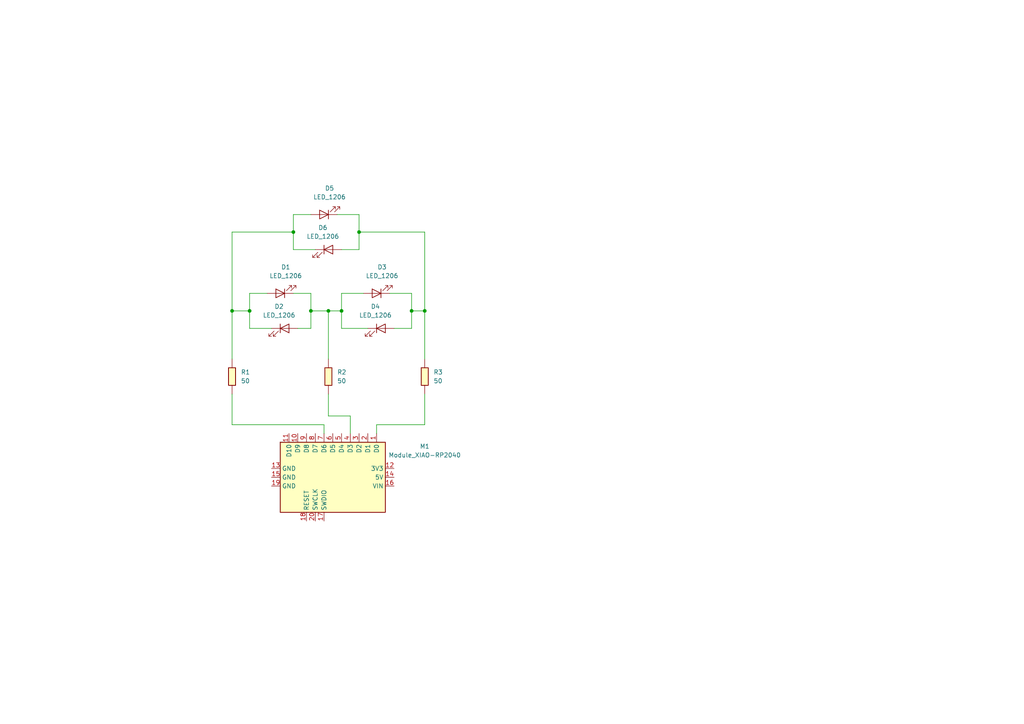
<source format=kicad_sch>
(kicad_sch (version 20250114) (generator "eeschema") (generator_version "9.0")
  (paper "A4")
  (lib_symbols
    (symbol "fab:LED_1206" (pin_numbers (hide yes)) (pin_names (offset 1.016) (hide yes))
      (property "Reference" "D" (at 0 2.54 0))
      (property "Value" "LED_1206" (at 0 -2.54 0))
      (symbol "LED_1206_0_1"
        (polyline (pts (xy -3.048 -0.762) (xy -4.572 -2.286) (xy -3.81 -2.286) (xy -4.572 -2.286) (xy -4.572 -1.524)))
        (polyline (pts (xy -1.778 -0.762) (xy -3.302 -2.286) (xy -2.54 -2.286) (xy -3.302 -2.286) (xy -3.302 -1.524)))
        (polyline (pts (xy -1.27 0) (xy 1.27 0)))
        (polyline (pts (xy -1.27 -1.27) (xy -1.27 1.27)) (stroke (width 0.2032)))
        (polyline (pts (xy 1.27 -1.27) (xy 1.27 1.27) (xy -1.27 0) (xy 1.27 -1.27)) (stroke (width 0.2032)))
      )
      (symbol "LED_1206_1_1"
        (pin passive line (at -3.81 0 0) (length 2.54) (name "K") (number "1"))
        (pin passive line (at 3.81 0 180) (length 2.54) (name "A") (number "2"))
      )
    )
    (symbol "fab:Module_XIAO-RP2040"
      (property "Reference" "M" (at -10.16 16.51 0))
      (property "Value" "Module_XIAO-RP2040" (at 3.81 16.51 0))
      (symbol "Module_XIAO-RP2040_1_1"
        (rectangle (start -10.16 15.24) (end 10.16 -15.24) (stroke (width 0.254)) (fill (type background)))
        (pin bidirectional line (at -12.7 12.7 0) (length 2.54) (name "D0") (number "1"))
        (pin bidirectional line (at -12.7 10.16 0) (length 2.54) (name "D1") (number "2"))
        (pin bidirectional line (at -12.7 7.62 0) (length 2.54) (name "D2") (number "3"))
        (pin bidirectional line (at -12.7 5.08 0) (length 2.54) (name "D3") (number "4"))
        (pin bidirectional line (at -12.7 2.54 0) (length 2.54) (name "D4") (number "5"))
        (pin bidirectional line (at -12.7 0 0) (length 2.54) (name "D5") (number "6"))
        (pin bidirectional line (at -12.7 -2.54 0) (length 2.54) (name "D6") (number "7"))
        (pin bidirectional line (at -12.7 -5.08 0) (length 2.54) (name "D7") (number "8"))
        (pin bidirectional line (at -12.7 -7.62 0) (length 2.54) (name "D8") (number "9"))
        (pin bidirectional line (at -12.7 -10.16 0) (length 2.54) (name "D9") (number "10"))
        (pin bidirectional line (at -12.7 -12.7 0) (length 2.54) (name "D10") (number "11"))
        (pin power_in line (at -2.54 17.78 270) (length 2.54) (name "3V3") (number "12"))
        (pin power_in line (at -2.54 -17.78 90) (length 2.54) (name "GND") (number "13"))
        (pin power_in line (at 0 17.78 270) (length 2.54) (name "5V") (number "14"))
        (pin power_in line (at 0 -17.78 90) (length 2.54) (name "GND") (number "15"))
        (pin power_in line (at 2.54 17.78 270) (length 2.54) (name "VIN") (number "16"))
        (pin power_in line (at 2.54 -17.78 90) (length 2.54) (name "GND") (number "19"))
        (pin bidirectional line (at 12.7 -2.54 180) (length 2.54) (name "SWDIO") (number "17"))
        (pin input line (at 12.7 -5.08 180) (length 2.54) (name "SWCLK") (number "20"))
        (pin input line (at 12.7 -7.62 180) (length 2.54) (name "RESET") (number "18"))
      )
    )
    (symbol "fab:R_1206" (pin_numbers (hide yes)) (pin_names (offset 0))
      (property "Reference" "R" (at 2.54 0 90))
      (property "Value" "R_1206" (at -2.54 0 90))
      (symbol "R_1206_0_1"
        (rectangle (start -1.016 -2.54) (end 1.016 2.54) (stroke (width 0.254)) (fill (type background)))
      )
      (symbol "R_1206_1_1"
        (pin passive line (at 0 5.08 270) (length 2.54) (name "~") (number "1"))
        (pin passive line (at 0 -5.08 90) (length 2.54) (name "~") (number "2"))
      )
    )
  )
  (junction (at 123.19 90.17))
  (junction (at 95.25 90.17))
  (junction (at 99.06 90.17))
  (junction (at 119.38 90.17))
  (junction (at 104.14 67.31))
  (junction (at 85.09 67.31))
  (junction (at 67.31 90.17))
  (junction (at 72.39 90.17))
  (junction (at 90.17 90.17))
  (wire (pts (xy 99.06 95.25) (xy 106.68 95.25)))
  (wire (pts (xy 119.38 90.17) (xy 119.38 95.25)))
  (wire (pts (xy 123.19 67.31) (xy 123.19 90.17)))
  (wire (pts (xy 101.6 120.65) (xy 101.6 125.73)))
  (wire (pts (xy 72.39 85.09) (xy 72.39 90.17)))
  (wire (pts (xy 67.31 114.3) (xy 67.31 123.19)))
  (wire (pts (xy 90.17 85.09) (xy 90.17 90.17)))
  (wire (pts (xy 67.31 90.17) (xy 72.39 90.17)))
  (wire (pts (xy 123.19 114.3) (xy 123.19 123.19)))
  (wire (pts (xy 99.06 90.17) (xy 99.06 95.25)))
  (wire (pts (xy 123.19 123.19) (xy 109.22 123.19)))
  (wire (pts (xy 67.31 67.31) (xy 67.31 90.17)))
  (wire (pts (xy 95.25 114.3) (xy 95.25 120.65)))
  (wire (pts (xy 97.79 62.23) (xy 104.14 62.23)))
  (wire (pts (xy 77.47 85.09) (xy 72.39 85.09)))
  (wire (pts (xy 95.25 90.17) (xy 99.06 90.17)))
  (wire (pts (xy 113.03 85.09) (xy 119.38 85.09)))
  (wire (pts (xy 109.22 123.19) (xy 109.22 125.73)))
  (wire (pts (xy 99.06 85.09) (xy 99.06 90.17)))
  (wire (pts (xy 104.14 72.39) (xy 99.06 72.39)))
  (wire (pts (xy 90.17 62.23) (xy 85.09 62.23)))
  (wire (pts (xy 67.31 123.19) (xy 93.98 123.19)))
  (wire (pts (xy 90.17 90.17) (xy 90.17 95.25)))
  (wire (pts (xy 105.41 85.09) (xy 99.06 85.09)))
  (wire (pts (xy 85.09 85.09) (xy 90.17 85.09)))
  (wire (pts (xy 123.19 90.17) (xy 123.19 104.14)))
  (wire (pts (xy 72.39 95.25) (xy 78.74 95.25)))
  (wire (pts (xy 104.14 62.23) (xy 104.14 67.31)))
  (wire (pts (xy 104.14 67.31) (xy 123.19 67.31)))
  (wire (pts (xy 104.14 67.31) (xy 104.14 72.39)))
  (wire (pts (xy 90.17 90.17) (xy 95.25 90.17)))
  (wire (pts (xy 85.09 67.31) (xy 85.09 72.39)))
  (wire (pts (xy 85.09 72.39) (xy 91.44 72.39)))
  (wire (pts (xy 119.38 90.17) (xy 123.19 90.17)))
  (wire (pts (xy 119.38 85.09) (xy 119.38 90.17)))
  (wire (pts (xy 95.25 120.65) (xy 101.6 120.65)))
  (wire (pts (xy 90.17 95.25) (xy 86.36 95.25)))
  (wire (pts (xy 93.98 123.19) (xy 93.98 125.73)))
  (wire (pts (xy 95.25 90.17) (xy 95.25 104.14)))
  (wire (pts (xy 85.09 67.31) (xy 67.31 67.31)))
  (wire (pts (xy 72.39 90.17) (xy 72.39 95.25)))
  (wire (pts (xy 119.38 95.25) (xy 114.3 95.25)))
  (wire (pts (xy 67.31 90.17) (xy 67.31 104.14)))
  (wire (pts (xy 85.09 62.23) (xy 85.09 67.31)))
  (symbol (lib_id "fab:LED_1206") (at 95.25 72.39 0) (unit 1)
    (property "Reference" "D6" (at 93.6498 66.04 0))
    (property "Value" "LED_1206" (at 93.6498 68.58 0))
    (property "Footprint" "fab:LED_1206" (effects (hide yes)))
    (property "Datasheet" "https://optoelectronics.liteon.com/upload/download/DS-22-98-0002/LTST-C150CKT.pdf" (effects (hide yes)))
    (property "Description" "Light emitting diode, Lite-On Inc. LTST, SMD" (effects (hide yes)))
  )
  (symbol (lib_id "fab:R_1206") (at 123.19 109.22 180) (unit 1)
    (property "Reference" "R3" (at 125.73 107.9499 0) (effects (justify right)))
    (property "Value" "50" (at 125.73 110.4899 0) (effects (justify right)))
    (property "Footprint" "fab:R_1206" (effects (hide yes)))
    (property "Description" "Resistor" (effects (hide yes)))
  )
  (symbol (lib_id "fab:LED_1206") (at 81.28 85.09 180) (unit 1)
    (property "Reference" "D1" (at 82.8802 77.47 0))
    (property "Value" "LED_1206" (at 82.8802 80.01 0))
    (property "Footprint" "fab:LED_1206" (effects (hide yes)))
    (property "Datasheet" "https://optoelectronics.liteon.com/upload/download/DS-22-98-0002/LTST-C150CKT.pdf" (effects (hide yes)))
    (property "Description" "Light emitting diode, Lite-On Inc. LTST, SMD" (effects (hide yes)))
  )
  (symbol (lib_id "fab:LED_1206") (at 109.22 85.09 180) (unit 1)
    (property "Reference" "D3" (at 110.8202 77.47 0))
    (property "Value" "LED_1206" (at 110.8202 80.01 0))
    (property "Footprint" "fab:LED_1206" (effects (hide yes)))
    (property "Datasheet" "https://optoelectronics.liteon.com/upload/download/DS-22-98-0002/LTST-C150CKT.pdf" (effects (hide yes)))
    (property "Description" "Light emitting diode, Lite-On Inc. LTST, SMD" (effects (hide yes)))
  )
  (symbol (lib_id "fab:LED_1206") (at 110.49 95.25 0) (unit 1)
    (property "Reference" "D4" (at 108.8898 88.9 0))
    (property "Value" "LED_1206" (at 108.8898 91.44 0))
    (property "Footprint" "fab:LED_1206" (effects (hide yes)))
    (property "Datasheet" "https://optoelectronics.liteon.com/upload/download/DS-22-98-0002/LTST-C150CKT.pdf" (effects (hide yes)))
    (property "Description" "Light emitting diode, Lite-On Inc. LTST, SMD" (effects (hide yes)))
  )
  (symbol (lib_id "fab:LED_1206") (at 93.98 62.23 180) (unit 1)
    (property "Reference" "D5" (at 95.5802 54.61 0))
    (property "Value" "LED_1206" (at 95.5802 57.15 0))
    (property "Footprint" "fab:LED_1206" (effects (hide yes)))
    (property "Datasheet" "https://optoelectronics.liteon.com/upload/download/DS-22-98-0002/LTST-C150CKT.pdf" (effects (hide yes)))
    (property "Description" "Light emitting diode, Lite-On Inc. LTST, SMD" (effects (hide yes)))
  )
  (symbol (lib_id "fab:R_1206") (at 95.25 109.22 180) (unit 1)
    (property "Reference" "R2" (at 97.79 107.9499 0) (effects (justify right)))
    (property "Value" "50" (at 97.79 110.4899 0) (effects (justify right)))
    (property "Footprint" "fab:R_1206" (effects (hide yes)))
    (property "Description" "Resistor" (effects (hide yes)))
  )
  (symbol (lib_id "fab:R_1206") (at 67.31 109.22 180) (unit 1)
    (property "Reference" "R1" (at 69.85 107.9499 0) (effects (justify right)))
    (property "Value" "50" (at 69.85 110.4899 0) (effects (justify right)))
    (property "Footprint" "fab:R_1206" (effects (hide yes)))
    (property "Description" "Resistor" (effects (hide yes)))
  )
  (symbol (lib_id "fab:LED_1206") (at 82.55 95.25 0) (unit 1)
    (property "Reference" "D2" (at 80.9498 88.9 0))
    (property "Value" "LED_1206" (at 80.9498 91.44 0))
    (property "Footprint" "fab:LED_1206" (effects (hide yes)))
    (property "Datasheet" "https://optoelectronics.liteon.com/upload/download/DS-22-98-0002/LTST-C150CKT.pdf" (effects (hide yes)))
    (property "Description" "Light emitting diode, Lite-On Inc. LTST, SMD" (effects (hide yes)))
  )
  (symbol (lib_id "fab:Module_XIAO-RP2040") (at 96.52 138.43 270) (unit 1)
    (property "Reference" "M1" (at 123.19 129.4698 90))
    (property "Value" "Module_XIAO-RP2040" (at 123.19 132.0098 90))
    (property "Footprint" "fab:SeeedStudio_XIAO_RP2040_no_holes" (effects (hide yes)))
    (property "Datasheet" "https://wiki.seeedstudio.com/XIAO-RP2040/" (effects (hide yes)))
    (property "Description" "RP2040 XIAO RP2040 - ARM® Dual-Core Cortex®-M0+ MCU 32-Bit Embedded Evaluation Board" (effects (hide yes)))
  )
)
</source>
